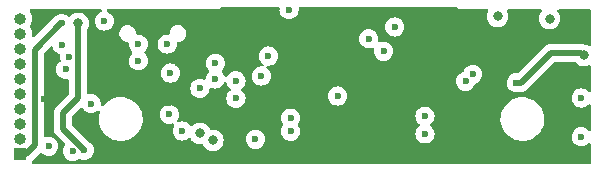
<source format=gbr>
%TF.GenerationSoftware,KiCad,Pcbnew,7.0.8*%
%TF.CreationDate,2023-12-27T11:07:12+01:00*%
%TF.ProjectId,Frost-ESP32,46726f73-742d-4455-9350-33322e6b6963,rev?*%
%TF.SameCoordinates,Original*%
%TF.FileFunction,Copper,L3,Inr*%
%TF.FilePolarity,Positive*%
%FSLAX46Y46*%
G04 Gerber Fmt 4.6, Leading zero omitted, Abs format (unit mm)*
G04 Created by KiCad (PCBNEW 7.0.8) date 2023-12-27 11:07:12*
%MOMM*%
%LPD*%
G01*
G04 APERTURE LIST*
%TA.AperFunction,ComponentPad*%
%ADD10R,1.000000X1.000000*%
%TD*%
%TA.AperFunction,ComponentPad*%
%ADD11O,1.000000X1.000000*%
%TD*%
%TA.AperFunction,ViaPad*%
%ADD12C,0.600000*%
%TD*%
%TA.AperFunction,ViaPad*%
%ADD13C,0.800000*%
%TD*%
%TA.AperFunction,Conductor*%
%ADD14C,0.500000*%
%TD*%
G04 APERTURE END LIST*
D10*
%TO.N,/Vconn*%
%TO.C,J2*%
X95500000Y-109930000D03*
D11*
%TO.N,/CANL*%
X95500000Y-108660000D03*
%TO.N,/CANH*%
X95500000Y-107390000D03*
%TO.N,GND*%
X95500000Y-106120000D03*
%TO.N,+5V*%
X95500000Y-104850000D03*
%TO.N,/RX*%
X95500000Y-103580000D03*
%TO.N,/TX*%
X95500000Y-102310000D03*
%TO.N,/GPIO8*%
X95500000Y-101040000D03*
%TO.N,/GPIO10*%
X95500000Y-99770000D03*
%TO.N,GND*%
X95500000Y-98500000D03*
%TD*%
D12*
%TO.N,/TX*%
X112000000Y-102275500D03*
D13*
X111800000Y-108800000D03*
D12*
%TO.N,/RX*%
X112000000Y-103600000D03*
D13*
X110700000Y-108200000D03*
D12*
%TO.N,/Vconn*%
X99000000Y-98900000D03*
%TO.N,+3V3*%
X108100000Y-105600000D03*
X101500000Y-107500000D03*
X118375000Y-104720000D03*
X102124307Y-103500554D03*
X97475500Y-105257744D03*
X113750000Y-97750000D03*
X142800000Y-103800000D03*
%TO.N,GND*%
X109200000Y-108000000D03*
D13*
X135900000Y-98300000D03*
D12*
X105475000Y-100650000D03*
X97900000Y-109300000D03*
X99923385Y-109720839D03*
X143000000Y-105212500D03*
X143000000Y-108500000D03*
X122360000Y-105050000D03*
X107925000Y-100650000D03*
X118375000Y-106920000D03*
X115400000Y-108700000D03*
X118250000Y-97750000D03*
X101500000Y-105700000D03*
%TO.N,/CANH*%
X99650500Y-101710000D03*
%TO.N,/CANL*%
X99000000Y-100690000D03*
%TO.N,+5V*%
X100900000Y-109637500D03*
D13*
X140300000Y-98500000D03*
X100400000Y-98900000D03*
D12*
%TO.N,/USB_D+*%
X133199479Y-103800521D03*
%TO.N,/USB_D-*%
X133800521Y-103199479D03*
%TO.N,/SD_CS*%
X113750000Y-105250000D03*
%TO.N,/CAN_RX*%
X105490969Y-102054500D03*
X125000000Y-100200000D03*
%TO.N,/CAN_TX*%
X127200000Y-99200000D03*
X102600000Y-98700000D03*
%TO.N,/SD_MOSI*%
X116500000Y-101660500D03*
%TO.N,/SD_SCK*%
X115895250Y-103354750D03*
%TO.N,/SD_MISO*%
X118375000Y-108020000D03*
X113750000Y-103750000D03*
%TO.N,/GPIO8*%
X99349500Y-102800000D03*
X108200000Y-103100000D03*
%TO.N,/GPIO10*%
X126250000Y-101250000D03*
%TO.N,/RX*%
X129750000Y-108250000D03*
%TO.N,/TX*%
X129750000Y-106750000D03*
%TO.N,Net-(U1-EN{slash}CHIP_PU)*%
X108100000Y-106610000D03*
X110700000Y-104400000D03*
%TO.N,/Vbus*%
X137500000Y-103925500D03*
D13*
X143200000Y-101600000D03*
%TD*%
D14*
%TO.N,/Vconn*%
X96700000Y-109230000D02*
X96000000Y-109930000D01*
X96700000Y-101126386D02*
X96700000Y-109230000D01*
X99000000Y-98900000D02*
X98926386Y-98900000D01*
X98926386Y-98900000D02*
X96700000Y-101126386D01*
X96000000Y-109930000D02*
X95500000Y-109930000D01*
%TO.N,+5V*%
X99100000Y-107837500D02*
X99100000Y-106500000D01*
X100400000Y-105200000D02*
X100400000Y-98900000D01*
X100900000Y-109637500D02*
X99100000Y-107837500D01*
X99100000Y-106500000D02*
X100400000Y-105200000D01*
%TO.N,/Vbus*%
X137874500Y-103925500D02*
X140400000Y-101400000D01*
X140400000Y-101400000D02*
X143000000Y-101400000D01*
X137500000Y-103925500D02*
X137874500Y-103925500D01*
X143000000Y-101400000D02*
X143200000Y-101600000D01*
%TD*%
%TA.AperFunction,Conductor*%
%TO.N,+3V3*%
G36*
X117392835Y-97519685D02*
G01*
X117438590Y-97572489D01*
X117449016Y-97637883D01*
X117436384Y-97749996D01*
X117436384Y-97750003D01*
X117456781Y-97931041D01*
X117456782Y-97931046D01*
X117516958Y-98103017D01*
X117613889Y-98257281D01*
X117742719Y-98386111D01*
X117896985Y-98483043D01*
X118068953Y-98543217D01*
X118068958Y-98543218D01*
X118249996Y-98563616D01*
X118250000Y-98563616D01*
X118250004Y-98563616D01*
X118431041Y-98543218D01*
X118431044Y-98543217D01*
X118431047Y-98543217D01*
X118603015Y-98483043D01*
X118757281Y-98386111D01*
X118886111Y-98257281D01*
X118983043Y-98103015D01*
X119043217Y-97931047D01*
X119043510Y-97928450D01*
X119063616Y-97750003D01*
X119063616Y-97749996D01*
X119050984Y-97637883D01*
X119063038Y-97569062D01*
X119110388Y-97517682D01*
X119174204Y-97500000D01*
X132411536Y-97500000D01*
X132478575Y-97519685D01*
X132499217Y-97536319D01*
X132573387Y-97610489D01*
X132676114Y-97669799D01*
X132790691Y-97700500D01*
X132827410Y-97700500D01*
X134982303Y-97700500D01*
X135049342Y-97720185D01*
X135095097Y-97772989D01*
X135105041Y-97842147D01*
X135089690Y-97886497D01*
X135078603Y-97905702D01*
X135065473Y-97928443D01*
X135065470Y-97928450D01*
X135006844Y-98108883D01*
X135006458Y-98110072D01*
X134986496Y-98300000D01*
X135006458Y-98489928D01*
X135006459Y-98489931D01*
X135065470Y-98671549D01*
X135065473Y-98671556D01*
X135160960Y-98836944D01*
X135288747Y-98978866D01*
X135443248Y-99091118D01*
X135617712Y-99168794D01*
X135804513Y-99208500D01*
X135995487Y-99208500D01*
X136182288Y-99168794D01*
X136356752Y-99091118D01*
X136511253Y-98978866D01*
X136639040Y-98836944D01*
X136734527Y-98671556D01*
X136793542Y-98489928D01*
X136813504Y-98300000D01*
X136793542Y-98110072D01*
X136734527Y-97928444D01*
X136710309Y-97886498D01*
X136693837Y-97818600D01*
X136716689Y-97752573D01*
X136771610Y-97709383D01*
X136817697Y-97700500D01*
X139518858Y-97700500D01*
X139585897Y-97720185D01*
X139631652Y-97772989D01*
X139641596Y-97842147D01*
X139612571Y-97905703D01*
X139611008Y-97907472D01*
X139560959Y-97963057D01*
X139465473Y-98128443D01*
X139465470Y-98128450D01*
X139408983Y-98302300D01*
X139406458Y-98310072D01*
X139386496Y-98500000D01*
X139406458Y-98689928D01*
X139406459Y-98689931D01*
X139465470Y-98871549D01*
X139465473Y-98871556D01*
X139560960Y-99036944D01*
X139688747Y-99178866D01*
X139843248Y-99291118D01*
X140017712Y-99368794D01*
X140204513Y-99408500D01*
X140395487Y-99408500D01*
X140582288Y-99368794D01*
X140756752Y-99291118D01*
X140911253Y-99178866D01*
X141039040Y-99036944D01*
X141134527Y-98871556D01*
X141193542Y-98689928D01*
X141213504Y-98500000D01*
X141193542Y-98310072D01*
X141134527Y-98128444D01*
X141039040Y-97963056D01*
X140988992Y-97907472D01*
X140958762Y-97844481D01*
X140967387Y-97775145D01*
X141012129Y-97721480D01*
X141078781Y-97700522D01*
X141081142Y-97700500D01*
X143675500Y-97700500D01*
X143742539Y-97720185D01*
X143788294Y-97772989D01*
X143799500Y-97824500D01*
X143799500Y-100681493D01*
X143779815Y-100748532D01*
X143727011Y-100794287D01*
X143657853Y-100804231D01*
X143625066Y-100794773D01*
X143482289Y-100731206D01*
X143482286Y-100731205D01*
X143289131Y-100690149D01*
X143289308Y-100689315D01*
X143268558Y-100683252D01*
X143267973Y-100684860D01*
X143254401Y-100679920D01*
X143254416Y-100679876D01*
X143247071Y-100677322D01*
X143247057Y-100677367D01*
X143240205Y-100675096D01*
X143202177Y-100667244D01*
X143164149Y-100659392D01*
X143088656Y-100641500D01*
X143088654Y-100641500D01*
X143088646Y-100641498D01*
X143081482Y-100640661D01*
X143081487Y-100640612D01*
X143073757Y-100639822D01*
X143073753Y-100639870D01*
X143066562Y-100639240D01*
X142988920Y-100641500D01*
X140464294Y-100641500D01*
X140446324Y-100640191D01*
X140422206Y-100636658D01*
X140377029Y-100640612D01*
X140369573Y-100641264D01*
X140364172Y-100641500D01*
X140355820Y-100641500D01*
X140339362Y-100643423D01*
X140322904Y-100645347D01*
X140245577Y-100652112D01*
X140238503Y-100653573D01*
X140238493Y-100653526D01*
X140230905Y-100655209D01*
X140230916Y-100655255D01*
X140223890Y-100656920D01*
X140150944Y-100683469D01*
X140077261Y-100707885D01*
X140070713Y-100710939D01*
X140070693Y-100710896D01*
X140063702Y-100714280D01*
X140063724Y-100714323D01*
X140057269Y-100717564D01*
X139992400Y-100760228D01*
X139926352Y-100800968D01*
X139920682Y-100805451D01*
X139920652Y-100805413D01*
X139914627Y-100810322D01*
X139914657Y-100810357D01*
X139909132Y-100814993D01*
X139909126Y-100814998D01*
X139909126Y-100814999D01*
X139876422Y-100849663D01*
X139855836Y-100871482D01*
X137645969Y-103081348D01*
X137584646Y-103114833D01*
X137544404Y-103116887D01*
X137500002Y-103111884D01*
X137499996Y-103111884D01*
X137318958Y-103132281D01*
X137318953Y-103132282D01*
X137146982Y-103192458D01*
X136992718Y-103289389D01*
X136863889Y-103418218D01*
X136766958Y-103572482D01*
X136706782Y-103744453D01*
X136706781Y-103744458D01*
X136686384Y-103925496D01*
X136686384Y-103925503D01*
X136706781Y-104106541D01*
X136706782Y-104106546D01*
X136728414Y-104168366D01*
X136759352Y-104256782D01*
X136766958Y-104278517D01*
X136806873Y-104342041D01*
X136863889Y-104432781D01*
X136992719Y-104561611D01*
X137146985Y-104658543D01*
X137280378Y-104705219D01*
X137318953Y-104718717D01*
X137318958Y-104718718D01*
X137499996Y-104739116D01*
X137500000Y-104739116D01*
X137500004Y-104739116D01*
X137681041Y-104718718D01*
X137681043Y-104718717D01*
X137681047Y-104718717D01*
X137681050Y-104718715D01*
X137681054Y-104718715D01*
X137760377Y-104690959D01*
X137801332Y-104684000D01*
X137810206Y-104684000D01*
X137828176Y-104685309D01*
X137830674Y-104685674D01*
X137852289Y-104688841D01*
X137904926Y-104684235D01*
X137910328Y-104684000D01*
X137918675Y-104684000D01*
X137918680Y-104684000D01*
X137942335Y-104681234D01*
X137951596Y-104680152D01*
X138028919Y-104673388D01*
X138028922Y-104673387D01*
X138028926Y-104673387D01*
X138028929Y-104673385D01*
X138035993Y-104671927D01*
X138036002Y-104671974D01*
X138043597Y-104670290D01*
X138043587Y-104670244D01*
X138050607Y-104668579D01*
X138050613Y-104668579D01*
X138123565Y-104642026D01*
X138197238Y-104617614D01*
X138197246Y-104617608D01*
X138203784Y-104614561D01*
X138203805Y-104614606D01*
X138210802Y-104611219D01*
X138210780Y-104611175D01*
X138217229Y-104607936D01*
X138217228Y-104607936D01*
X138217232Y-104607935D01*
X138282105Y-104565266D01*
X138348151Y-104524530D01*
X138348155Y-104524525D01*
X138353819Y-104520048D01*
X138353850Y-104520087D01*
X138359874Y-104515180D01*
X138359842Y-104515142D01*
X138365364Y-104510507D01*
X138365374Y-104510501D01*
X138410947Y-104462196D01*
X138418663Y-104454018D01*
X140677862Y-102194819D01*
X140739185Y-102161334D01*
X140765543Y-102158500D01*
X142425160Y-102158500D01*
X142492199Y-102178185D01*
X142517310Y-102199528D01*
X142588741Y-102278861D01*
X142588744Y-102278863D01*
X142588747Y-102278866D01*
X142743248Y-102391118D01*
X142917712Y-102468794D01*
X143104513Y-102508500D01*
X143295487Y-102508500D01*
X143482283Y-102468795D01*
X143482282Y-102468795D01*
X143482288Y-102468794D01*
X143625068Y-102405224D01*
X143694315Y-102395941D01*
X143757591Y-102425569D01*
X143794804Y-102484704D01*
X143799500Y-102518505D01*
X143799500Y-104569246D01*
X143779815Y-104636285D01*
X143727011Y-104682040D01*
X143657853Y-104691984D01*
X143594297Y-104662959D01*
X143587819Y-104656927D01*
X143507281Y-104576389D01*
X143353017Y-104479458D01*
X143353016Y-104479457D01*
X143353015Y-104479457D01*
X143298693Y-104460449D01*
X143181046Y-104419282D01*
X143181041Y-104419281D01*
X143000004Y-104398884D01*
X142999996Y-104398884D01*
X142818958Y-104419281D01*
X142818953Y-104419282D01*
X142646982Y-104479458D01*
X142492718Y-104576389D01*
X142363889Y-104705218D01*
X142266958Y-104859482D01*
X142206782Y-105031453D01*
X142206781Y-105031458D01*
X142186384Y-105212496D01*
X142186384Y-105212503D01*
X142206781Y-105393541D01*
X142206782Y-105393546D01*
X142227431Y-105452557D01*
X142266957Y-105565515D01*
X142363889Y-105719781D01*
X142492719Y-105848611D01*
X142646985Y-105945543D01*
X142788037Y-105994899D01*
X142818953Y-106005717D01*
X142818958Y-106005718D01*
X142999996Y-106026116D01*
X143000000Y-106026116D01*
X143000004Y-106026116D01*
X143181041Y-106005718D01*
X143181044Y-106005717D01*
X143181047Y-106005717D01*
X143353015Y-105945543D01*
X143507281Y-105848611D01*
X143587819Y-105768073D01*
X143649142Y-105734588D01*
X143718834Y-105739572D01*
X143774767Y-105781444D01*
X143799184Y-105846908D01*
X143799500Y-105855754D01*
X143799500Y-107856746D01*
X143779815Y-107923785D01*
X143727011Y-107969540D01*
X143657853Y-107979484D01*
X143594297Y-107950459D01*
X143587819Y-107944427D01*
X143507281Y-107863889D01*
X143353017Y-107766958D01*
X143353016Y-107766957D01*
X143353015Y-107766957D01*
X143283744Y-107742718D01*
X143181046Y-107706782D01*
X143181041Y-107706781D01*
X143000004Y-107686384D01*
X142999996Y-107686384D01*
X142818958Y-107706781D01*
X142818953Y-107706782D01*
X142646982Y-107766958D01*
X142492718Y-107863889D01*
X142363889Y-107992718D01*
X142266958Y-108146982D01*
X142206782Y-108318953D01*
X142206781Y-108318958D01*
X142186384Y-108499996D01*
X142186384Y-108500003D01*
X142206781Y-108681041D01*
X142206782Y-108681046D01*
X142231975Y-108753043D01*
X142253031Y-108813218D01*
X142266958Y-108853017D01*
X142326002Y-108946985D01*
X142363889Y-109007281D01*
X142492719Y-109136111D01*
X142646985Y-109233043D01*
X142818953Y-109293217D01*
X142818958Y-109293218D01*
X142999996Y-109313616D01*
X143000000Y-109313616D01*
X143000004Y-109313616D01*
X143181041Y-109293218D01*
X143181044Y-109293217D01*
X143181047Y-109293217D01*
X143353015Y-109233043D01*
X143507281Y-109136111D01*
X143587819Y-109055573D01*
X143649142Y-109022088D01*
X143718834Y-109027072D01*
X143774767Y-109068944D01*
X143799184Y-109134408D01*
X143799500Y-109143254D01*
X143799500Y-110675500D01*
X143779815Y-110742539D01*
X143727011Y-110788294D01*
X143675500Y-110799500D01*
X96583496Y-110799500D01*
X96516457Y-110779815D01*
X96470702Y-110727011D01*
X96460758Y-110657853D01*
X96467314Y-110632166D01*
X96501989Y-110539201D01*
X96501989Y-110539198D01*
X96501991Y-110539194D01*
X96503774Y-110531650D01*
X96505244Y-110531997D01*
X96528624Y-110475537D01*
X96534986Y-110468243D01*
X96544163Y-110458517D01*
X97141963Y-109860717D01*
X97203286Y-109827232D01*
X97272978Y-109832216D01*
X97317325Y-109860717D01*
X97392719Y-109936111D01*
X97546985Y-110033043D01*
X97718953Y-110093217D01*
X97718958Y-110093218D01*
X97899996Y-110113616D01*
X97900000Y-110113616D01*
X97900004Y-110113616D01*
X98081041Y-110093218D01*
X98081044Y-110093217D01*
X98081047Y-110093217D01*
X98253015Y-110033043D01*
X98407281Y-109936111D01*
X98536111Y-109807281D01*
X98633043Y-109653015D01*
X98693217Y-109481047D01*
X98705974Y-109367824D01*
X98713616Y-109300003D01*
X98713616Y-109299996D01*
X98693218Y-109118958D01*
X98693217Y-109118953D01*
X98675718Y-109068944D01*
X98633043Y-108946985D01*
X98536111Y-108792719D01*
X98407281Y-108663889D01*
X98345840Y-108625283D01*
X98253017Y-108566958D01*
X98253016Y-108566957D01*
X98253015Y-108566957D01*
X98176545Y-108540199D01*
X98081046Y-108506782D01*
X98081041Y-108506781D01*
X97900004Y-108486384D01*
X97899996Y-108486384D01*
X97718958Y-108506781D01*
X97718950Y-108506783D01*
X97623454Y-108540199D01*
X97553676Y-108543760D01*
X97493048Y-108509031D01*
X97460821Y-108447038D01*
X97458500Y-108423157D01*
X97458500Y-101491928D01*
X97478185Y-101424889D01*
X97494815Y-101404251D01*
X98020903Y-100878162D01*
X98082224Y-100844679D01*
X98151915Y-100849663D01*
X98207849Y-100891534D01*
X98225624Y-100924891D01*
X98266957Y-101043016D01*
X98336202Y-101153218D01*
X98363889Y-101197281D01*
X98492719Y-101326111D01*
X98646985Y-101423043D01*
X98767449Y-101465195D01*
X98824224Y-101505916D01*
X98849972Y-101570868D01*
X98849714Y-101596119D01*
X98836884Y-101709995D01*
X98836884Y-101710003D01*
X98857281Y-101891041D01*
X98857283Y-101891049D01*
X98900171Y-102013616D01*
X98903732Y-102083395D01*
X98869003Y-102144022D01*
X98849103Y-102159562D01*
X98842225Y-102163883D01*
X98842220Y-102163887D01*
X98713389Y-102292718D01*
X98616458Y-102446982D01*
X98556282Y-102618953D01*
X98556281Y-102618958D01*
X98535884Y-102799996D01*
X98535884Y-102800003D01*
X98556281Y-102981041D01*
X98556282Y-102981046D01*
X98616458Y-103153017D01*
X98675501Y-103246983D01*
X98713389Y-103307281D01*
X98842219Y-103436111D01*
X98996485Y-103533043D01*
X99168453Y-103593217D01*
X99168458Y-103593218D01*
X99349496Y-103613616D01*
X99349500Y-103613616D01*
X99349504Y-103613616D01*
X99503617Y-103596252D01*
X99572439Y-103608307D01*
X99623818Y-103655656D01*
X99641500Y-103719472D01*
X99641500Y-104834456D01*
X99621815Y-104901495D01*
X99605181Y-104922137D01*
X98609122Y-105918195D01*
X98595495Y-105929973D01*
X98575941Y-105944531D01*
X98541977Y-105985006D01*
X98538330Y-105988987D01*
X98532418Y-105994900D01*
X98511863Y-106020896D01*
X98461967Y-106080360D01*
X98458001Y-106086391D01*
X98457963Y-106086366D01*
X98453782Y-106092928D01*
X98453821Y-106092952D01*
X98450032Y-106099094D01*
X98417220Y-106169459D01*
X98382391Y-106238810D01*
X98379923Y-106245593D01*
X98379878Y-106245576D01*
X98377322Y-106252932D01*
X98377366Y-106252947D01*
X98375096Y-106259795D01*
X98370042Y-106284275D01*
X98359392Y-106335850D01*
X98347025Y-106388029D01*
X98341498Y-106411351D01*
X98340661Y-106418519D01*
X98340613Y-106418513D01*
X98339823Y-106426244D01*
X98339870Y-106426249D01*
X98339240Y-106433438D01*
X98341500Y-106511079D01*
X98341500Y-107773206D01*
X98340191Y-107791176D01*
X98336658Y-107815291D01*
X98341264Y-107867920D01*
X98341500Y-107873327D01*
X98341500Y-107881680D01*
X98344064Y-107903623D01*
X98345347Y-107914596D01*
X98352112Y-107991927D01*
X98353572Y-107998994D01*
X98353526Y-107999003D01*
X98355209Y-108006594D01*
X98355254Y-108006584D01*
X98356919Y-108013610D01*
X98380940Y-108079605D01*
X98383473Y-108086565D01*
X98403494Y-108146985D01*
X98407886Y-108160237D01*
X98410940Y-108166786D01*
X98410896Y-108166806D01*
X98414284Y-108173804D01*
X98414327Y-108173783D01*
X98417568Y-108180237D01*
X98460232Y-108245104D01*
X98476943Y-108272196D01*
X98500970Y-108311151D01*
X98500972Y-108311153D01*
X98505451Y-108316818D01*
X98505413Y-108316847D01*
X98510320Y-108322872D01*
X98510357Y-108322842D01*
X98515002Y-108328378D01*
X98571482Y-108381663D01*
X99262152Y-109072333D01*
X99295637Y-109133656D01*
X99290653Y-109203347D01*
X99279465Y-109225986D01*
X99190343Y-109367821D01*
X99130167Y-109539792D01*
X99130166Y-109539797D01*
X99109769Y-109720835D01*
X99109769Y-109720842D01*
X99130166Y-109901880D01*
X99130167Y-109901885D01*
X99190343Y-110073856D01*
X99287274Y-110228120D01*
X99416104Y-110356950D01*
X99570370Y-110453882D01*
X99742338Y-110514056D01*
X99742343Y-110514057D01*
X99923381Y-110534455D01*
X99923385Y-110534455D01*
X99923389Y-110534455D01*
X100104426Y-110514057D01*
X100104429Y-110514056D01*
X100104432Y-110514056D01*
X100276400Y-110453882D01*
X100276402Y-110453880D01*
X100276404Y-110453880D01*
X100276407Y-110453878D01*
X100412037Y-110368656D01*
X100479273Y-110349655D01*
X100540646Y-110367675D01*
X100540719Y-110367525D01*
X100541632Y-110367965D01*
X100543979Y-110368654D01*
X100546987Y-110370544D01*
X100718950Y-110430716D01*
X100718953Y-110430717D01*
X100718954Y-110430717D01*
X100718958Y-110430718D01*
X100899996Y-110451116D01*
X100900000Y-110451116D01*
X100900004Y-110451116D01*
X101081041Y-110430718D01*
X101081044Y-110430717D01*
X101081047Y-110430717D01*
X101253015Y-110370543D01*
X101407281Y-110273611D01*
X101536111Y-110144781D01*
X101633043Y-109990515D01*
X101693217Y-109818547D01*
X101693218Y-109818541D01*
X101713616Y-109637503D01*
X101713616Y-109637496D01*
X101693218Y-109456458D01*
X101693217Y-109456453D01*
X101633043Y-109284485D01*
X101536111Y-109130219D01*
X101407281Y-109001389D01*
X101253015Y-108904457D01*
X101253011Y-108904455D01*
X101246737Y-108901434D01*
X101247702Y-108899429D01*
X101212424Y-108877243D01*
X99894819Y-107559638D01*
X99861334Y-107498315D01*
X99858500Y-107471957D01*
X99858500Y-106865542D01*
X99878185Y-106798503D01*
X99894815Y-106777865D01*
X100600173Y-106072506D01*
X100661494Y-106039023D01*
X100731185Y-106044007D01*
X100787119Y-106085878D01*
X100792845Y-106094216D01*
X100863889Y-106207281D01*
X100992719Y-106336111D01*
X101146985Y-106433043D01*
X101318953Y-106493217D01*
X101318958Y-106493218D01*
X101499996Y-106513616D01*
X101500000Y-106513616D01*
X101500004Y-106513616D01*
X101681041Y-106493218D01*
X101681044Y-106493217D01*
X101681047Y-106493217D01*
X101853015Y-106433043D01*
X102007281Y-106336111D01*
X102030616Y-106312775D01*
X102091935Y-106279292D01*
X102161627Y-106284275D01*
X102217561Y-106326146D01*
X102241979Y-106391610D01*
X102235654Y-106440495D01*
X102204882Y-106530693D01*
X102204881Y-106530699D01*
X102190234Y-106609996D01*
X102159229Y-106777861D01*
X102155681Y-106797068D01*
X102155680Y-106797075D01*
X102145787Y-107067763D01*
X102175413Y-107337013D01*
X102175415Y-107337024D01*
X102243926Y-107599082D01*
X102243928Y-107599088D01*
X102349870Y-107848390D01*
X102454604Y-108020003D01*
X102490979Y-108079605D01*
X102490986Y-108079615D01*
X102664253Y-108287819D01*
X102664259Y-108287824D01*
X102759341Y-108373017D01*
X102865998Y-108468582D01*
X103091910Y-108618044D01*
X103337176Y-108733020D01*
X103337183Y-108733022D01*
X103337185Y-108733023D01*
X103596557Y-108811057D01*
X103596564Y-108811058D01*
X103596569Y-108811060D01*
X103864561Y-108850500D01*
X103864566Y-108850500D01*
X104067636Y-108850500D01*
X104119133Y-108846730D01*
X104270156Y-108835677D01*
X104382758Y-108810593D01*
X104534546Y-108776782D01*
X104534548Y-108776781D01*
X104534553Y-108776780D01*
X104787558Y-108680014D01*
X105023777Y-108547441D01*
X105238177Y-108381888D01*
X105426186Y-108186881D01*
X105583799Y-107966579D01*
X105673980Y-107791176D01*
X105707649Y-107725690D01*
X105707651Y-107725684D01*
X105707656Y-107725675D01*
X105795118Y-107469305D01*
X105844319Y-107202933D01*
X105854212Y-106932235D01*
X105824586Y-106662982D01*
X105810735Y-106610003D01*
X107286384Y-106610003D01*
X107306781Y-106791041D01*
X107306782Y-106791046D01*
X107319362Y-106826996D01*
X107366957Y-106963015D01*
X107463889Y-107117281D01*
X107592719Y-107246111D01*
X107746985Y-107343043D01*
X107895490Y-107395007D01*
X107918953Y-107403217D01*
X107918958Y-107403218D01*
X108099996Y-107423616D01*
X108100000Y-107423616D01*
X108100004Y-107423616D01*
X108281041Y-107403218D01*
X108281043Y-107403217D01*
X108281047Y-107403217D01*
X108281050Y-107403215D01*
X108281054Y-107403215D01*
X108381203Y-107368171D01*
X108450981Y-107364608D01*
X108511609Y-107399337D01*
X108543836Y-107461330D01*
X108537432Y-107530906D01*
X108527152Y-107551184D01*
X108466958Y-107646982D01*
X108406782Y-107818953D01*
X108406781Y-107818958D01*
X108386384Y-107999996D01*
X108386384Y-108000003D01*
X108406781Y-108181041D01*
X108406782Y-108181046D01*
X108466958Y-108353017D01*
X108558301Y-108498387D01*
X108563889Y-108507281D01*
X108692719Y-108636111D01*
X108846985Y-108733043D01*
X109017527Y-108792718D01*
X109018953Y-108793217D01*
X109018958Y-108793218D01*
X109199996Y-108813616D01*
X109200000Y-108813616D01*
X109200004Y-108813616D01*
X109381041Y-108793218D01*
X109381044Y-108793217D01*
X109381047Y-108793217D01*
X109553015Y-108733043D01*
X109707281Y-108636111D01*
X109716930Y-108626461D01*
X109778250Y-108592976D01*
X109847942Y-108597958D01*
X109903877Y-108639827D01*
X109911997Y-108652139D01*
X109960960Y-108736944D01*
X110063205Y-108850499D01*
X110087285Y-108877243D01*
X110088747Y-108878866D01*
X110243248Y-108991118D01*
X110417712Y-109068794D01*
X110604513Y-109108500D01*
X110795483Y-109108500D01*
X110795487Y-109108500D01*
X110826911Y-109101820D01*
X110896575Y-109107135D01*
X110952309Y-109149271D01*
X110962082Y-109166009D01*
X110962224Y-109165928D01*
X110965472Y-109171554D01*
X110965473Y-109171556D01*
X111060960Y-109336944D01*
X111188747Y-109478866D01*
X111343248Y-109591118D01*
X111517712Y-109668794D01*
X111704513Y-109708500D01*
X111895487Y-109708500D01*
X112082288Y-109668794D01*
X112256752Y-109591118D01*
X112411253Y-109478866D01*
X112539040Y-109336944D01*
X112634527Y-109171556D01*
X112693542Y-108989928D01*
X112713504Y-108800000D01*
X112702994Y-108700003D01*
X114586384Y-108700003D01*
X114606781Y-108881041D01*
X114606782Y-108881046D01*
X114666958Y-109053017D01*
X114737905Y-109165928D01*
X114763889Y-109207281D01*
X114892719Y-109336111D01*
X115046985Y-109433043D01*
X115218953Y-109493217D01*
X115218958Y-109493218D01*
X115399996Y-109513616D01*
X115400000Y-109513616D01*
X115400004Y-109513616D01*
X115581041Y-109493218D01*
X115581044Y-109493217D01*
X115581047Y-109493217D01*
X115753015Y-109433043D01*
X115907281Y-109336111D01*
X116036111Y-109207281D01*
X116133043Y-109053015D01*
X116193217Y-108881047D01*
X116193646Y-108877243D01*
X116213616Y-108700003D01*
X116213616Y-108699996D01*
X116193218Y-108518958D01*
X116193217Y-108518953D01*
X116189133Y-108507281D01*
X116133043Y-108346985D01*
X116036111Y-108192719D01*
X115907281Y-108063889D01*
X115837437Y-108020003D01*
X117561384Y-108020003D01*
X117581781Y-108201041D01*
X117581782Y-108201046D01*
X117598911Y-108249996D01*
X117634959Y-108353017D01*
X117641958Y-108373017D01*
X117647532Y-108381888D01*
X117738889Y-108527281D01*
X117867719Y-108656111D01*
X118021985Y-108753043D01*
X118156181Y-108800000D01*
X118193953Y-108813217D01*
X118193958Y-108813218D01*
X118374996Y-108833616D01*
X118375000Y-108833616D01*
X118375004Y-108833616D01*
X118556041Y-108813218D01*
X118556044Y-108813217D01*
X118556047Y-108813217D01*
X118728015Y-108753043D01*
X118882281Y-108656111D01*
X119011111Y-108527281D01*
X119108043Y-108373015D01*
X119151087Y-108250003D01*
X128936384Y-108250003D01*
X128956781Y-108431041D01*
X128956782Y-108431046D01*
X128994977Y-108540199D01*
X129015187Y-108597958D01*
X129016958Y-108603017D01*
X129065339Y-108680014D01*
X129113889Y-108757281D01*
X129242719Y-108886111D01*
X129396985Y-108983043D01*
X129568953Y-109043217D01*
X129568958Y-109043218D01*
X129749996Y-109063616D01*
X129750000Y-109063616D01*
X129750004Y-109063616D01*
X129931041Y-109043218D01*
X129931044Y-109043217D01*
X129931047Y-109043217D01*
X130103015Y-108983043D01*
X130257281Y-108886111D01*
X130386111Y-108757281D01*
X130483043Y-108603015D01*
X130543217Y-108431047D01*
X130543510Y-108428450D01*
X130563616Y-108250003D01*
X130563616Y-108249996D01*
X130543218Y-108068958D01*
X130543217Y-108068953D01*
X130527065Y-108022794D01*
X130483043Y-107896985D01*
X130386111Y-107742719D01*
X130257281Y-107613889D01*
X130257278Y-107613886D01*
X130243125Y-107604994D01*
X130196833Y-107552660D01*
X130186184Y-107483606D01*
X130214559Y-107419758D01*
X130243125Y-107395006D01*
X130257278Y-107386113D01*
X130257278Y-107386112D01*
X130257281Y-107386111D01*
X130386111Y-107257281D01*
X130483043Y-107103015D01*
X130495378Y-107067763D01*
X136145787Y-107067763D01*
X136175413Y-107337013D01*
X136175415Y-107337024D01*
X136243926Y-107599082D01*
X136243928Y-107599088D01*
X136349870Y-107848390D01*
X136454604Y-108020003D01*
X136490979Y-108079605D01*
X136490986Y-108079615D01*
X136664253Y-108287819D01*
X136664259Y-108287824D01*
X136759341Y-108373017D01*
X136865998Y-108468582D01*
X137091910Y-108618044D01*
X137337176Y-108733020D01*
X137337183Y-108733022D01*
X137337185Y-108733023D01*
X137596557Y-108811057D01*
X137596564Y-108811058D01*
X137596569Y-108811060D01*
X137864561Y-108850500D01*
X137864566Y-108850500D01*
X138067636Y-108850500D01*
X138119133Y-108846730D01*
X138270156Y-108835677D01*
X138382758Y-108810593D01*
X138534546Y-108776782D01*
X138534548Y-108776781D01*
X138534553Y-108776780D01*
X138787558Y-108680014D01*
X139023777Y-108547441D01*
X139238177Y-108381888D01*
X139426186Y-108186881D01*
X139583799Y-107966579D01*
X139673980Y-107791176D01*
X139707649Y-107725690D01*
X139707651Y-107725684D01*
X139707656Y-107725675D01*
X139795118Y-107469305D01*
X139844319Y-107202933D01*
X139854212Y-106932235D01*
X139824586Y-106662982D01*
X139756072Y-106400912D01*
X139650130Y-106151610D01*
X139509018Y-105920390D01*
X139476277Y-105881047D01*
X139335746Y-105712180D01*
X139335740Y-105712175D01*
X139134002Y-105531418D01*
X138908092Y-105381957D01*
X138833490Y-105346985D01*
X138662824Y-105266980D01*
X138662819Y-105266978D01*
X138662814Y-105266976D01*
X138403442Y-105188942D01*
X138403428Y-105188939D01*
X138287791Y-105171921D01*
X138135439Y-105149500D01*
X137932369Y-105149500D01*
X137932364Y-105149500D01*
X137729844Y-105164323D01*
X137729831Y-105164325D01*
X137465453Y-105223217D01*
X137465446Y-105223220D01*
X137212439Y-105319987D01*
X136976226Y-105452557D01*
X136761822Y-105618112D01*
X136573822Y-105813109D01*
X136573816Y-105813116D01*
X136416202Y-106033419D01*
X136416199Y-106033424D01*
X136292350Y-106274309D01*
X136292343Y-106274327D01*
X136204884Y-106530685D01*
X136204881Y-106530699D01*
X136190234Y-106609996D01*
X136159229Y-106777861D01*
X136155681Y-106797068D01*
X136155680Y-106797075D01*
X136145787Y-107067763D01*
X130495378Y-107067763D01*
X130543217Y-106931047D01*
X130543218Y-106931041D01*
X130563616Y-106750003D01*
X130563616Y-106749996D01*
X130543218Y-106568958D01*
X130543217Y-106568953D01*
X130522966Y-106511079D01*
X130483043Y-106396985D01*
X130386111Y-106242719D01*
X130257281Y-106113889D01*
X130144809Y-106043218D01*
X130103017Y-106016958D01*
X130103016Y-106016957D01*
X130103015Y-106016957D01*
X130023081Y-105988987D01*
X129931046Y-105956782D01*
X129931041Y-105956781D01*
X129750004Y-105936384D01*
X129749996Y-105936384D01*
X129568958Y-105956781D01*
X129568953Y-105956782D01*
X129396982Y-106016958D01*
X129242718Y-106113889D01*
X129113889Y-106242718D01*
X129016958Y-106396982D01*
X128956782Y-106568953D01*
X128956781Y-106568958D01*
X128936384Y-106749996D01*
X128936384Y-106750003D01*
X128956781Y-106931041D01*
X128956782Y-106931046D01*
X128967970Y-106963018D01*
X129016268Y-107101047D01*
X129016958Y-107103017D01*
X129079740Y-107202933D01*
X129113889Y-107257281D01*
X129242719Y-107386111D01*
X129256875Y-107395006D01*
X129256877Y-107395007D01*
X129303167Y-107447343D01*
X129313814Y-107516396D01*
X129285438Y-107580244D01*
X129256877Y-107604993D01*
X129242717Y-107613890D01*
X129113889Y-107742718D01*
X129016958Y-107896982D01*
X128956782Y-108068953D01*
X128956781Y-108068958D01*
X128936384Y-108249996D01*
X128936384Y-108250003D01*
X119151087Y-108250003D01*
X119168217Y-108201047D01*
X119168218Y-108201041D01*
X119188616Y-108020003D01*
X119188616Y-108019996D01*
X119168218Y-107838958D01*
X119168217Y-107838953D01*
X119151499Y-107791176D01*
X119108043Y-107666985D01*
X119108041Y-107666982D01*
X119108041Y-107666981D01*
X119036259Y-107552742D01*
X119025721Y-107535971D01*
X119006721Y-107468736D01*
X119025722Y-107404027D01*
X119026231Y-107403218D01*
X119108043Y-107273015D01*
X119168217Y-107101047D01*
X119171967Y-107067765D01*
X119188616Y-106920003D01*
X119188616Y-106919996D01*
X119168218Y-106738958D01*
X119168217Y-106738953D01*
X119150519Y-106688376D01*
X119108043Y-106566985D01*
X119011111Y-106412719D01*
X118882281Y-106283889D01*
X118827824Y-106249671D01*
X118728017Y-106186958D01*
X118728016Y-106186957D01*
X118728015Y-106186957D01*
X118626999Y-106151610D01*
X118556046Y-106126782D01*
X118556041Y-106126781D01*
X118375004Y-106106384D01*
X118374996Y-106106384D01*
X118193958Y-106126781D01*
X118193953Y-106126782D01*
X118021982Y-106186958D01*
X117867718Y-106283889D01*
X117738889Y-106412718D01*
X117641958Y-106566982D01*
X117581782Y-106738953D01*
X117581781Y-106738958D01*
X117561384Y-106919996D01*
X117561384Y-106920003D01*
X117581781Y-107101041D01*
X117581782Y-107101046D01*
X117620138Y-107210661D01*
X117636451Y-107257281D01*
X117641958Y-107273017D01*
X117724278Y-107404028D01*
X117743278Y-107471265D01*
X117724278Y-107535972D01*
X117641958Y-107666982D01*
X117581782Y-107838953D01*
X117581781Y-107838958D01*
X117561384Y-108019996D01*
X117561384Y-108020003D01*
X115837437Y-108020003D01*
X115837426Y-108019996D01*
X115753017Y-107966958D01*
X115753016Y-107966957D01*
X115753015Y-107966957D01*
X115688628Y-107944427D01*
X115581046Y-107906782D01*
X115581041Y-107906781D01*
X115400004Y-107886384D01*
X115399996Y-107886384D01*
X115218958Y-107906781D01*
X115218953Y-107906782D01*
X115046982Y-107966958D01*
X114892718Y-108063889D01*
X114763889Y-108192718D01*
X114666958Y-108346982D01*
X114606782Y-108518953D01*
X114606781Y-108518958D01*
X114586384Y-108699996D01*
X114586384Y-108700003D01*
X112702994Y-108700003D01*
X112693542Y-108610072D01*
X112634527Y-108428444D01*
X112539040Y-108263056D01*
X112411253Y-108121134D01*
X112256752Y-108008882D01*
X112082288Y-107931206D01*
X112082286Y-107931205D01*
X111895487Y-107891500D01*
X111704513Y-107891500D01*
X111673086Y-107898179D01*
X111603421Y-107892863D01*
X111547688Y-107850725D01*
X111537918Y-107833989D01*
X111537776Y-107834072D01*
X111513010Y-107791176D01*
X111439040Y-107663056D01*
X111311253Y-107521134D01*
X111156752Y-107408882D01*
X110982288Y-107331206D01*
X110982286Y-107331205D01*
X110795487Y-107291500D01*
X110604513Y-107291500D01*
X110417714Y-107331205D01*
X110334687Y-107368171D01*
X110254151Y-107404028D01*
X110243246Y-107408883D01*
X110088744Y-107521136D01*
X110060286Y-107552742D01*
X110000799Y-107589390D01*
X109930942Y-107588059D01*
X109872894Y-107549172D01*
X109863147Y-107535746D01*
X109836111Y-107492719D01*
X109707281Y-107363889D01*
X109664508Y-107337013D01*
X109553017Y-107266958D01*
X109553016Y-107266957D01*
X109553015Y-107266957D01*
X109493440Y-107246111D01*
X109381046Y-107206782D01*
X109381041Y-107206781D01*
X109200004Y-107186384D01*
X109199996Y-107186384D01*
X109018958Y-107206781D01*
X109018950Y-107206783D01*
X108918795Y-107241829D01*
X108849016Y-107245390D01*
X108788389Y-107210661D01*
X108756162Y-107148668D01*
X108762568Y-107079092D01*
X108772848Y-107058814D01*
X108833041Y-106963018D01*
X108833040Y-106963018D01*
X108833043Y-106963015D01*
X108893217Y-106791047D01*
X108897842Y-106750000D01*
X108913616Y-106610003D01*
X108913616Y-106609996D01*
X108893218Y-106428958D01*
X108893217Y-106428953D01*
X108880150Y-106391610D01*
X108833043Y-106256985D01*
X108736111Y-106102719D01*
X108607281Y-105973889D01*
X108580057Y-105956783D01*
X108453017Y-105876958D01*
X108453016Y-105876957D01*
X108453015Y-105876957D01*
X108367140Y-105846908D01*
X108281046Y-105816782D01*
X108281041Y-105816781D01*
X108100004Y-105796384D01*
X108099996Y-105796384D01*
X107918958Y-105816781D01*
X107918953Y-105816782D01*
X107746982Y-105876958D01*
X107592718Y-105973889D01*
X107463889Y-106102718D01*
X107366958Y-106256982D01*
X107306782Y-106428953D01*
X107306781Y-106428958D01*
X107286384Y-106609996D01*
X107286384Y-106610003D01*
X105810735Y-106610003D01*
X105756072Y-106400912D01*
X105650130Y-106151610D01*
X105509018Y-105920390D01*
X105476277Y-105881047D01*
X105335746Y-105712180D01*
X105335740Y-105712175D01*
X105134002Y-105531418D01*
X104908092Y-105381957D01*
X104833490Y-105346985D01*
X104662824Y-105266980D01*
X104662819Y-105266978D01*
X104662814Y-105266976D01*
X104403442Y-105188942D01*
X104403428Y-105188939D01*
X104287791Y-105171921D01*
X104135439Y-105149500D01*
X103932369Y-105149500D01*
X103932364Y-105149500D01*
X103729844Y-105164323D01*
X103729831Y-105164325D01*
X103465453Y-105223217D01*
X103465446Y-105223220D01*
X103212439Y-105319987D01*
X102976226Y-105452557D01*
X102761822Y-105618112D01*
X102573822Y-105813109D01*
X102573814Y-105813119D01*
X102527307Y-105878122D01*
X102472289Y-105921190D01*
X102402721Y-105927677D01*
X102340690Y-105895522D01*
X102305890Y-105834935D01*
X102303240Y-105792086D01*
X102304260Y-105783041D01*
X102313616Y-105700000D01*
X102312051Y-105686111D01*
X102293218Y-105518958D01*
X102293217Y-105518953D01*
X102280564Y-105482794D01*
X102233043Y-105346985D01*
X102136111Y-105192719D01*
X102007281Y-105063889D01*
X101985177Y-105050000D01*
X101853017Y-104966958D01*
X101853016Y-104966957D01*
X101853015Y-104966957D01*
X101798693Y-104947949D01*
X101681046Y-104906782D01*
X101681041Y-104906781D01*
X101500004Y-104886384D01*
X101499996Y-104886384D01*
X101318954Y-104906782D01*
X101312164Y-104908332D01*
X101311589Y-104905813D01*
X101253675Y-104908769D01*
X101193048Y-104874039D01*
X101160821Y-104812046D01*
X101158500Y-104788166D01*
X101158500Y-104400003D01*
X109886384Y-104400003D01*
X109906781Y-104581041D01*
X109906782Y-104581046D01*
X109939094Y-104673387D01*
X109963354Y-104742719D01*
X109966958Y-104753017D01*
X110057418Y-104896982D01*
X110063889Y-104907281D01*
X110192719Y-105036111D01*
X110346985Y-105133043D01*
X110506727Y-105188939D01*
X110518953Y-105193217D01*
X110518958Y-105193218D01*
X110699996Y-105213616D01*
X110700000Y-105213616D01*
X110700004Y-105213616D01*
X110881041Y-105193218D01*
X110881044Y-105193217D01*
X110881047Y-105193217D01*
X111053015Y-105133043D01*
X111207281Y-105036111D01*
X111336111Y-104907281D01*
X111433043Y-104753015D01*
X111493217Y-104581047D01*
X111493308Y-104580244D01*
X111506609Y-104462191D01*
X111508523Y-104445197D01*
X111535589Y-104380785D01*
X111593184Y-104341230D01*
X111663020Y-104339091D01*
X111672698Y-104342041D01*
X111818945Y-104393215D01*
X111818951Y-104393216D01*
X111818953Y-104393217D01*
X111818954Y-104393217D01*
X111818958Y-104393218D01*
X111999996Y-104413616D01*
X112000000Y-104413616D01*
X112000004Y-104413616D01*
X112181041Y-104393218D01*
X112181044Y-104393217D01*
X112181047Y-104393217D01*
X112353015Y-104333043D01*
X112507281Y-104236111D01*
X112636111Y-104107281D01*
X112733043Y-103953015D01*
X112736064Y-103946742D01*
X112738201Y-103947771D01*
X112772425Y-103900044D01*
X112837374Y-103874289D01*
X112905938Y-103887738D01*
X112956346Y-103936119D01*
X112965797Y-103956811D01*
X113016955Y-104103011D01*
X113016956Y-104103015D01*
X113101620Y-104237755D01*
X113113889Y-104257281D01*
X113242719Y-104386111D01*
X113254025Y-104393215D01*
X113256877Y-104395007D01*
X113303167Y-104447343D01*
X113313814Y-104516396D01*
X113285438Y-104580244D01*
X113256877Y-104604993D01*
X113242717Y-104613890D01*
X113113889Y-104742718D01*
X113016958Y-104896982D01*
X112956782Y-105068953D01*
X112956781Y-105068958D01*
X112936384Y-105249996D01*
X112936384Y-105250003D01*
X112956781Y-105431041D01*
X112956782Y-105431046D01*
X112987544Y-105518958D01*
X113016957Y-105603015D01*
X113113889Y-105757281D01*
X113242719Y-105886111D01*
X113396985Y-105983043D01*
X113556967Y-106039023D01*
X113568953Y-106043217D01*
X113568958Y-106043218D01*
X113749996Y-106063616D01*
X113750000Y-106063616D01*
X113750004Y-106063616D01*
X113931041Y-106043218D01*
X113931044Y-106043217D01*
X113931047Y-106043217D01*
X114103015Y-105983043D01*
X114257281Y-105886111D01*
X114386111Y-105757281D01*
X114483043Y-105603015D01*
X114543217Y-105431047D01*
X114543218Y-105431041D01*
X114563616Y-105250003D01*
X114563616Y-105249996D01*
X114543218Y-105068958D01*
X114543217Y-105068953D01*
X114536586Y-105050003D01*
X121546384Y-105050003D01*
X121566781Y-105231041D01*
X121566782Y-105231046D01*
X121626958Y-105403017D01*
X121678472Y-105485000D01*
X121723889Y-105557281D01*
X121852719Y-105686111D01*
X122006985Y-105783043D01*
X122178953Y-105843217D01*
X122178958Y-105843218D01*
X122359996Y-105863616D01*
X122360000Y-105863616D01*
X122360004Y-105863616D01*
X122541041Y-105843218D01*
X122541044Y-105843217D01*
X122541047Y-105843217D01*
X122713015Y-105783043D01*
X122867281Y-105686111D01*
X122996111Y-105557281D01*
X123093043Y-105403015D01*
X123153217Y-105231047D01*
X123154099Y-105223220D01*
X123173616Y-105050003D01*
X123173616Y-105049996D01*
X123153218Y-104868958D01*
X123153217Y-104868953D01*
X123133304Y-104812046D01*
X123093043Y-104696985D01*
X122996111Y-104542719D01*
X122867281Y-104413889D01*
X122845177Y-104400000D01*
X122713017Y-104316958D01*
X122713016Y-104316957D01*
X122713015Y-104316957D01*
X122658693Y-104297949D01*
X122541046Y-104256782D01*
X122541041Y-104256781D01*
X122360004Y-104236384D01*
X122359996Y-104236384D01*
X122178958Y-104256781D01*
X122178953Y-104256782D01*
X122006982Y-104316958D01*
X121852718Y-104413889D01*
X121723889Y-104542718D01*
X121626958Y-104696982D01*
X121566782Y-104868953D01*
X121566781Y-104868958D01*
X121546384Y-105049996D01*
X121546384Y-105050003D01*
X114536586Y-105050003D01*
X114530095Y-105031453D01*
X114483043Y-104896985D01*
X114386111Y-104742719D01*
X114257281Y-104613889D01*
X114257278Y-104613886D01*
X114243125Y-104604994D01*
X114196833Y-104552660D01*
X114186184Y-104483606D01*
X114214559Y-104419758D01*
X114243125Y-104395006D01*
X114257278Y-104386113D01*
X114257278Y-104386112D01*
X114257281Y-104386111D01*
X114386111Y-104257281D01*
X114483043Y-104103015D01*
X114543217Y-103931047D01*
X114543842Y-103925500D01*
X114563616Y-103750003D01*
X114563616Y-103749996D01*
X114543218Y-103568958D01*
X114543217Y-103568953D01*
X114531613Y-103535791D01*
X114483043Y-103396985D01*
X114456507Y-103354753D01*
X115081634Y-103354753D01*
X115102031Y-103535791D01*
X115102032Y-103535796D01*
X115126872Y-103606783D01*
X115161855Y-103706760D01*
X115162208Y-103707767D01*
X115206151Y-103777701D01*
X115259139Y-103862031D01*
X115387969Y-103990861D01*
X115542235Y-104087793D01*
X115700020Y-104143004D01*
X115714203Y-104147967D01*
X115714208Y-104147968D01*
X115895246Y-104168366D01*
X115895250Y-104168366D01*
X115895254Y-104168366D01*
X116076291Y-104147968D01*
X116076294Y-104147967D01*
X116076297Y-104147967D01*
X116248265Y-104087793D01*
X116402531Y-103990861D01*
X116531361Y-103862031D01*
X116570009Y-103800524D01*
X132385863Y-103800524D01*
X132406260Y-103981562D01*
X132406261Y-103981567D01*
X132428869Y-104046176D01*
X132464630Y-104148376D01*
X132466437Y-104153538D01*
X132548340Y-104283885D01*
X132563368Y-104307802D01*
X132692198Y-104436632D01*
X132846464Y-104533564D01*
X133018432Y-104593738D01*
X133018437Y-104593739D01*
X133199475Y-104614137D01*
X133199479Y-104614137D01*
X133199483Y-104614137D01*
X133380520Y-104593739D01*
X133380523Y-104593738D01*
X133380526Y-104593738D01*
X133552494Y-104533564D01*
X133706760Y-104436632D01*
X133835590Y-104307802D01*
X133932522Y-104153536D01*
X133970088Y-104046175D01*
X134010809Y-103989400D01*
X134046174Y-103970088D01*
X134153536Y-103932522D01*
X134307802Y-103835590D01*
X134436632Y-103706760D01*
X134533564Y-103552494D01*
X134593738Y-103380526D01*
X134596642Y-103354753D01*
X134614137Y-103199482D01*
X134614137Y-103199475D01*
X134593739Y-103018437D01*
X134593738Y-103018432D01*
X134574729Y-102964108D01*
X134533564Y-102846464D01*
X134436632Y-102692198D01*
X134307802Y-102563368D01*
X134224634Y-102511110D01*
X134153538Y-102466437D01*
X134153537Y-102466436D01*
X134153536Y-102466436D01*
X134078815Y-102440290D01*
X133981567Y-102406261D01*
X133981562Y-102406260D01*
X133800525Y-102385863D01*
X133800517Y-102385863D01*
X133619479Y-102406260D01*
X133619474Y-102406261D01*
X133447503Y-102466437D01*
X133293239Y-102563368D01*
X133164410Y-102692197D01*
X133067479Y-102846461D01*
X133067478Y-102846462D01*
X133029910Y-102953825D01*
X132989188Y-103010600D01*
X132953825Y-103029910D01*
X132846462Y-103067478D01*
X132846461Y-103067479D01*
X132692197Y-103164410D01*
X132563368Y-103293239D01*
X132466437Y-103447503D01*
X132406261Y-103619474D01*
X132406260Y-103619479D01*
X132385863Y-103800517D01*
X132385863Y-103800524D01*
X116570009Y-103800524D01*
X116628293Y-103707765D01*
X116688467Y-103535797D01*
X116688468Y-103535791D01*
X116708866Y-103354753D01*
X116708866Y-103354746D01*
X116688468Y-103173708D01*
X116688467Y-103173703D01*
X116681228Y-103153015D01*
X116628293Y-103001735D01*
X116531361Y-102847469D01*
X116402531Y-102718639D01*
X116369379Y-102697808D01*
X116367054Y-102696347D01*
X116320764Y-102644012D01*
X116310117Y-102574958D01*
X116338493Y-102511110D01*
X116396883Y-102472739D01*
X116446910Y-102468134D01*
X116487779Y-102472739D01*
X116499999Y-102474116D01*
X116500000Y-102474116D01*
X116500004Y-102474116D01*
X116681041Y-102453718D01*
X116681044Y-102453717D01*
X116681047Y-102453717D01*
X116853015Y-102393543D01*
X117007281Y-102296611D01*
X117136111Y-102167781D01*
X117233043Y-102013515D01*
X117293217Y-101841547D01*
X117301479Y-101768218D01*
X117313616Y-101660503D01*
X117313616Y-101660496D01*
X117293218Y-101479458D01*
X117293217Y-101479453D01*
X117233043Y-101307485D01*
X117136111Y-101153219D01*
X117007281Y-101024389D01*
X116853015Y-100927457D01*
X116765931Y-100896985D01*
X116681046Y-100867282D01*
X116681041Y-100867281D01*
X116500004Y-100846884D01*
X116499996Y-100846884D01*
X116318958Y-100867281D01*
X116318953Y-100867282D01*
X116146982Y-100927458D01*
X115992718Y-101024389D01*
X115863889Y-101153218D01*
X115766958Y-101307482D01*
X115706782Y-101479453D01*
X115706781Y-101479458D01*
X115686384Y-101660496D01*
X115686384Y-101660503D01*
X115706781Y-101841541D01*
X115706782Y-101841546D01*
X115724104Y-101891049D01*
X115756294Y-101983043D01*
X115766958Y-102013517D01*
X115863889Y-102167781D01*
X115992718Y-102296610D01*
X115992721Y-102296612D01*
X116028194Y-102318902D01*
X116074485Y-102371237D01*
X116085132Y-102440290D01*
X116056757Y-102504138D01*
X115998367Y-102542510D01*
X115948338Y-102547115D01*
X115895254Y-102541134D01*
X115895246Y-102541134D01*
X115714208Y-102561531D01*
X115714203Y-102561532D01*
X115542232Y-102621708D01*
X115387968Y-102718639D01*
X115259139Y-102847468D01*
X115162208Y-103001732D01*
X115102032Y-103173703D01*
X115102031Y-103173708D01*
X115081634Y-103354746D01*
X115081634Y-103354753D01*
X114456507Y-103354753D01*
X114386111Y-103242719D01*
X114257281Y-103113889D01*
X114235177Y-103100000D01*
X114103017Y-103016958D01*
X114103016Y-103016957D01*
X114103015Y-103016957D01*
X114000496Y-102981084D01*
X113931046Y-102956782D01*
X113931041Y-102956781D01*
X113750004Y-102936384D01*
X113749996Y-102936384D01*
X113568958Y-102956781D01*
X113568953Y-102956782D01*
X113396982Y-103016958D01*
X113242718Y-103113889D01*
X113113889Y-103242718D01*
X113016956Y-103396984D01*
X113013936Y-103403258D01*
X113011806Y-103402232D01*
X112977532Y-103449988D01*
X112912571Y-103475714D01*
X112844014Y-103462237D01*
X112793626Y-103413833D01*
X112784201Y-103393187D01*
X112733043Y-103246985D01*
X112730362Y-103242719D01*
X112686997Y-103173703D01*
X112636111Y-103092719D01*
X112568823Y-103025431D01*
X112535338Y-102964108D01*
X112540322Y-102894416D01*
X112568823Y-102850069D01*
X112572431Y-102846461D01*
X112636111Y-102782781D01*
X112733043Y-102628515D01*
X112793217Y-102456547D01*
X112793536Y-102453717D01*
X112813616Y-102275503D01*
X112813616Y-102275496D01*
X112793218Y-102094458D01*
X112793217Y-102094453D01*
X112764896Y-102013517D01*
X112733043Y-101922485D01*
X112636111Y-101768219D01*
X112507281Y-101639389D01*
X112457924Y-101608376D01*
X112353017Y-101542458D01*
X112353016Y-101542457D01*
X112353015Y-101542457D01*
X112298693Y-101523449D01*
X112181046Y-101482282D01*
X112181041Y-101482281D01*
X112000004Y-101461884D01*
X111999996Y-101461884D01*
X111818958Y-101482281D01*
X111818953Y-101482282D01*
X111646982Y-101542458D01*
X111492718Y-101639389D01*
X111363889Y-101768218D01*
X111266958Y-101922482D01*
X111206782Y-102094453D01*
X111206781Y-102094458D01*
X111186384Y-102275496D01*
X111186384Y-102275503D01*
X111206781Y-102456541D01*
X111206782Y-102456546D01*
X111238474Y-102547115D01*
X111254431Y-102592719D01*
X111266958Y-102628517D01*
X111363889Y-102782781D01*
X111431177Y-102850069D01*
X111464662Y-102911392D01*
X111459678Y-102981084D01*
X111431177Y-103025431D01*
X111363889Y-103092718D01*
X111266958Y-103246982D01*
X111206782Y-103418953D01*
X111206781Y-103418957D01*
X111191476Y-103554801D01*
X111164409Y-103619215D01*
X111106815Y-103658770D01*
X111036978Y-103660907D01*
X111027302Y-103657959D01*
X110881049Y-103606783D01*
X110881041Y-103606781D01*
X110700004Y-103586384D01*
X110699996Y-103586384D01*
X110518958Y-103606781D01*
X110518953Y-103606782D01*
X110346982Y-103666958D01*
X110192718Y-103763889D01*
X110063889Y-103892718D01*
X109966958Y-104046982D01*
X109906782Y-104218953D01*
X109906781Y-104218958D01*
X109886384Y-104399996D01*
X109886384Y-104400003D01*
X101158500Y-104400003D01*
X101158500Y-103100003D01*
X107386384Y-103100003D01*
X107406781Y-103281041D01*
X107406782Y-103281046D01*
X107432574Y-103354753D01*
X107465029Y-103447506D01*
X107466958Y-103453017D01*
X107555052Y-103593217D01*
X107563889Y-103607281D01*
X107692719Y-103736111D01*
X107846985Y-103833043D01*
X108003295Y-103887738D01*
X108018953Y-103893217D01*
X108018958Y-103893218D01*
X108199996Y-103913616D01*
X108200000Y-103913616D01*
X108200004Y-103913616D01*
X108381041Y-103893218D01*
X108381044Y-103893217D01*
X108381047Y-103893217D01*
X108553015Y-103833043D01*
X108707281Y-103736111D01*
X108836111Y-103607281D01*
X108933043Y-103453015D01*
X108993217Y-103281047D01*
X108997055Y-103246983D01*
X109013616Y-103100003D01*
X109013616Y-103099996D01*
X108993218Y-102918958D01*
X108993217Y-102918953D01*
X108979032Y-102878415D01*
X108933043Y-102746985D01*
X108836111Y-102592719D01*
X108707281Y-102463889D01*
X108617563Y-102407515D01*
X108553017Y-102366958D01*
X108553016Y-102366957D01*
X108553015Y-102366957D01*
X108498693Y-102347949D01*
X108381046Y-102306782D01*
X108381041Y-102306781D01*
X108200004Y-102286384D01*
X108199996Y-102286384D01*
X108018958Y-102306781D01*
X108018953Y-102306782D01*
X107846982Y-102366958D01*
X107692718Y-102463889D01*
X107563889Y-102592718D01*
X107466958Y-102746982D01*
X107406782Y-102918953D01*
X107406781Y-102918958D01*
X107386384Y-103099996D01*
X107386384Y-103100003D01*
X101158500Y-103100003D01*
X101158500Y-99835056D01*
X103874500Y-99835056D01*
X103877440Y-99846985D01*
X103915210Y-100000226D01*
X103994263Y-100150849D01*
X103994266Y-100150852D01*
X104107071Y-100278183D01*
X104190999Y-100336115D01*
X104247068Y-100374817D01*
X104247069Y-100374817D01*
X104247070Y-100374818D01*
X104406128Y-100435140D01*
X104482028Y-100444356D01*
X104532626Y-100450500D01*
X104545106Y-100450500D01*
X104612145Y-100470185D01*
X104657900Y-100522989D01*
X104668326Y-100588383D01*
X104661384Y-100649996D01*
X104661384Y-100650003D01*
X104681781Y-100831041D01*
X104681782Y-100831046D01*
X104741958Y-101003017D01*
X104838889Y-101157281D01*
X104954161Y-101272553D01*
X104987646Y-101333876D01*
X104982662Y-101403568D01*
X104954162Y-101447915D01*
X104854857Y-101547220D01*
X104757927Y-101701482D01*
X104697751Y-101873453D01*
X104697750Y-101873458D01*
X104677353Y-102054496D01*
X104677353Y-102054503D01*
X104697750Y-102235541D01*
X104697751Y-102235546D01*
X104719119Y-102296611D01*
X104757487Y-102406261D01*
X104757927Y-102407517D01*
X104796430Y-102468794D01*
X104854858Y-102561781D01*
X104983688Y-102690611D01*
X105137954Y-102787543D01*
X105306333Y-102846461D01*
X105309922Y-102847717D01*
X105309927Y-102847718D01*
X105490965Y-102868116D01*
X105490969Y-102868116D01*
X105490973Y-102868116D01*
X105672010Y-102847718D01*
X105672013Y-102847717D01*
X105672016Y-102847717D01*
X105843984Y-102787543D01*
X105998250Y-102690611D01*
X106127080Y-102561781D01*
X106224012Y-102407515D01*
X106284186Y-102235547D01*
X106284187Y-102235541D01*
X106304585Y-102054503D01*
X106304585Y-102054496D01*
X106284187Y-101873458D01*
X106284186Y-101873453D01*
X106224012Y-101701485D01*
X106127080Y-101547219D01*
X106011807Y-101431946D01*
X105978322Y-101370623D01*
X105983306Y-101300931D01*
X106011803Y-101256588D01*
X106111111Y-101157281D01*
X106208043Y-101003015D01*
X106268217Y-100831047D01*
X106270026Y-100814993D01*
X106288616Y-100650003D01*
X107111384Y-100650003D01*
X107131781Y-100831041D01*
X107131782Y-100831046D01*
X107167472Y-100933041D01*
X107191957Y-101003015D01*
X107288889Y-101157281D01*
X107417719Y-101286111D01*
X107571985Y-101383043D01*
X107736380Y-101440567D01*
X107743953Y-101443217D01*
X107743958Y-101443218D01*
X107924996Y-101463616D01*
X107925000Y-101463616D01*
X107925004Y-101463616D01*
X108106041Y-101443218D01*
X108106044Y-101443217D01*
X108106047Y-101443217D01*
X108278015Y-101383043D01*
X108432281Y-101286111D01*
X108561111Y-101157281D01*
X108658043Y-101003015D01*
X108718217Y-100831047D01*
X108720026Y-100814993D01*
X108738616Y-100650003D01*
X108738616Y-100649996D01*
X108731674Y-100588383D01*
X108743729Y-100519561D01*
X108791078Y-100468182D01*
X108854894Y-100450500D01*
X108867374Y-100450500D01*
X108909538Y-100445380D01*
X108993872Y-100435140D01*
X109152930Y-100374818D01*
X109292929Y-100278183D01*
X109362190Y-100200003D01*
X124186384Y-100200003D01*
X124206781Y-100381041D01*
X124206782Y-100381046D01*
X124240357Y-100476996D01*
X124256450Y-100522989D01*
X124266958Y-100553017D01*
X124348791Y-100683252D01*
X124363889Y-100707281D01*
X124492719Y-100836111D01*
X124646985Y-100933043D01*
X124798357Y-100986010D01*
X124818953Y-100993217D01*
X124818958Y-100993218D01*
X124999996Y-101013616D01*
X125000000Y-101013616D01*
X125000004Y-101013616D01*
X125181041Y-100993218D01*
X125181043Y-100993217D01*
X125181047Y-100993217D01*
X125181050Y-100993215D01*
X125181054Y-100993215D01*
X125290712Y-100954844D01*
X125360491Y-100951282D01*
X125421118Y-100986010D01*
X125453346Y-101048003D01*
X125454887Y-101085768D01*
X125436384Y-101249995D01*
X125436384Y-101250003D01*
X125456781Y-101431041D01*
X125456782Y-101431046D01*
X125516958Y-101603017D01*
X125520350Y-101608415D01*
X125613889Y-101757281D01*
X125742719Y-101886111D01*
X125896985Y-101983043D01*
X126068953Y-102043217D01*
X126068958Y-102043218D01*
X126249996Y-102063616D01*
X126250000Y-102063616D01*
X126250004Y-102063616D01*
X126431041Y-102043218D01*
X126431044Y-102043217D01*
X126431047Y-102043217D01*
X126603015Y-101983043D01*
X126757281Y-101886111D01*
X126886111Y-101757281D01*
X126983043Y-101603015D01*
X127043217Y-101431047D01*
X127043582Y-101427808D01*
X127063616Y-101250003D01*
X127063616Y-101249996D01*
X127043218Y-101068958D01*
X127043217Y-101068953D01*
X127016716Y-100993218D01*
X126983043Y-100896985D01*
X126886111Y-100742719D01*
X126757281Y-100613889D01*
X126612615Y-100522989D01*
X126603017Y-100516958D01*
X126603016Y-100516957D01*
X126603015Y-100516957D01*
X126540711Y-100495156D01*
X126431046Y-100456782D01*
X126431041Y-100456781D01*
X126250004Y-100436384D01*
X126249996Y-100436384D01*
X126068958Y-100456781D01*
X126068950Y-100456783D01*
X125959286Y-100495156D01*
X125889507Y-100498717D01*
X125828880Y-100463988D01*
X125796653Y-100401994D01*
X125795112Y-100364230D01*
X125813616Y-100200002D01*
X125813616Y-100199996D01*
X125793218Y-100018958D01*
X125793217Y-100018953D01*
X125791445Y-100013889D01*
X125733043Y-99846985D01*
X125636111Y-99692719D01*
X125507281Y-99563889D01*
X125427272Y-99513616D01*
X125353017Y-99466958D01*
X125353016Y-99466957D01*
X125353015Y-99466957D01*
X125265868Y-99436463D01*
X125181046Y-99406782D01*
X125181041Y-99406781D01*
X125000004Y-99386384D01*
X124999996Y-99386384D01*
X124818958Y-99406781D01*
X124818953Y-99406782D01*
X124646982Y-99466958D01*
X124492718Y-99563889D01*
X124363889Y-99692718D01*
X124266958Y-99846982D01*
X124206782Y-100018953D01*
X124206781Y-100018958D01*
X124186384Y-100199996D01*
X124186384Y-100200003D01*
X109362190Y-100200003D01*
X109405734Y-100150852D01*
X109484790Y-100000225D01*
X109525500Y-99835056D01*
X109525500Y-99664944D01*
X109484790Y-99499775D01*
X109435984Y-99406783D01*
X109405736Y-99349150D01*
X109354322Y-99291116D01*
X109292929Y-99221817D01*
X109261326Y-99200003D01*
X126386384Y-99200003D01*
X126406781Y-99381041D01*
X126406782Y-99381046D01*
X126466958Y-99553017D01*
X126517241Y-99633042D01*
X126563889Y-99707281D01*
X126692719Y-99836111D01*
X126846985Y-99933043D01*
X126983759Y-99980902D01*
X127018953Y-99993217D01*
X127018958Y-99993218D01*
X127199996Y-100013616D01*
X127200000Y-100013616D01*
X127200004Y-100013616D01*
X127381041Y-99993218D01*
X127381044Y-99993217D01*
X127381047Y-99993217D01*
X127553015Y-99933043D01*
X127707281Y-99836111D01*
X127836111Y-99707281D01*
X127933043Y-99553015D01*
X127993217Y-99381047D01*
X128005554Y-99271556D01*
X128013616Y-99200003D01*
X128013616Y-99199996D01*
X127993218Y-99018958D01*
X127993217Y-99018953D01*
X127979189Y-98978864D01*
X127933043Y-98846985D01*
X127836111Y-98692719D01*
X127707281Y-98563889D01*
X127635766Y-98518953D01*
X127553017Y-98466958D01*
X127553016Y-98466957D01*
X127553015Y-98466957D01*
X127498693Y-98447949D01*
X127381046Y-98406782D01*
X127381041Y-98406781D01*
X127200004Y-98386384D01*
X127199996Y-98386384D01*
X127018958Y-98406781D01*
X127018953Y-98406782D01*
X126846982Y-98466958D01*
X126692718Y-98563889D01*
X126563889Y-98692718D01*
X126466958Y-98846982D01*
X126406782Y-99018953D01*
X126406781Y-99018958D01*
X126386384Y-99199996D01*
X126386384Y-99200003D01*
X109261326Y-99200003D01*
X109230701Y-99178864D01*
X109152931Y-99125182D01*
X108993874Y-99064860D01*
X108993868Y-99064859D01*
X108867374Y-99049500D01*
X108867372Y-99049500D01*
X108782628Y-99049500D01*
X108782626Y-99049500D01*
X108656131Y-99064859D01*
X108656125Y-99064860D01*
X108497068Y-99125182D01*
X108357072Y-99221816D01*
X108244263Y-99349150D01*
X108165210Y-99499773D01*
X108124500Y-99664944D01*
X108124500Y-99720106D01*
X108104815Y-99787145D01*
X108052011Y-99832900D01*
X107986617Y-99843326D01*
X107925004Y-99836384D01*
X107924996Y-99836384D01*
X107743958Y-99856781D01*
X107743953Y-99856782D01*
X107571982Y-99916958D01*
X107417718Y-100013889D01*
X107288889Y-100142718D01*
X107191958Y-100296982D01*
X107131782Y-100468953D01*
X107131781Y-100468958D01*
X107111384Y-100649996D01*
X107111384Y-100650003D01*
X106288616Y-100650003D01*
X106288616Y-100649996D01*
X106268218Y-100468958D01*
X106268217Y-100468953D01*
X106266480Y-100463988D01*
X106208043Y-100296985D01*
X106111111Y-100142719D01*
X105982281Y-100013889D01*
X105908963Y-99967820D01*
X105828017Y-99916958D01*
X105828016Y-99916957D01*
X105828015Y-99916957D01*
X105770361Y-99896783D01*
X105656046Y-99856782D01*
X105656041Y-99856781D01*
X105475004Y-99836384D01*
X105474996Y-99836384D01*
X105413383Y-99843326D01*
X105344561Y-99831271D01*
X105293182Y-99783922D01*
X105275500Y-99720106D01*
X105275500Y-99664944D01*
X105252717Y-99572509D01*
X105234790Y-99499775D01*
X105185984Y-99406783D01*
X105155736Y-99349150D01*
X105104322Y-99291116D01*
X105042929Y-99221817D01*
X104980701Y-99178864D01*
X104902931Y-99125182D01*
X104743874Y-99064860D01*
X104743868Y-99064859D01*
X104617374Y-99049500D01*
X104617372Y-99049500D01*
X104532628Y-99049500D01*
X104532626Y-99049500D01*
X104406131Y-99064859D01*
X104406125Y-99064860D01*
X104247068Y-99125182D01*
X104107072Y-99221816D01*
X103994263Y-99349150D01*
X103915210Y-99499773D01*
X103897334Y-99572300D01*
X103874500Y-99664944D01*
X103874500Y-99835056D01*
X101158500Y-99835056D01*
X101158500Y-99436463D01*
X101175113Y-99374463D01*
X101178386Y-99368794D01*
X101234527Y-99271556D01*
X101293542Y-99089928D01*
X101313504Y-98900000D01*
X101293542Y-98710072D01*
X101234527Y-98528444D01*
X101139040Y-98363056D01*
X101011253Y-98221134D01*
X100856752Y-98108882D01*
X100682288Y-98031206D01*
X100682286Y-98031205D01*
X100495487Y-97991500D01*
X100304513Y-97991500D01*
X100117714Y-98031205D01*
X100117712Y-98031206D01*
X99947963Y-98106783D01*
X99943246Y-98108883D01*
X99788744Y-98221136D01*
X99722565Y-98294635D01*
X99663078Y-98331283D01*
X99593221Y-98329952D01*
X99542735Y-98299343D01*
X99507281Y-98263889D01*
X99353017Y-98166958D01*
X99353016Y-98166957D01*
X99353015Y-98166957D01*
X99298693Y-98147949D01*
X99181046Y-98106782D01*
X99181041Y-98106781D01*
X99000004Y-98086384D01*
X98999996Y-98086384D01*
X98818958Y-98106781D01*
X98818953Y-98106782D01*
X98646982Y-98166958D01*
X98492719Y-98263889D01*
X98492715Y-98263891D01*
X98470553Y-98286053D01*
X98457996Y-98295984D01*
X98458398Y-98296492D01*
X98447074Y-98305446D01*
X98447044Y-98305409D01*
X98441013Y-98310322D01*
X98441043Y-98310357D01*
X98435518Y-98314993D01*
X98435512Y-98314998D01*
X98435512Y-98314999D01*
X98420149Y-98331283D01*
X98382222Y-98371482D01*
X96707048Y-100046655D01*
X96645725Y-100080140D01*
X96576033Y-100075156D01*
X96520100Y-100033284D01*
X96495683Y-99967820D01*
X96495963Y-99946827D01*
X96513380Y-99770000D01*
X96493908Y-99572299D01*
X96436241Y-99382196D01*
X96436239Y-99382193D01*
X96436239Y-99382191D01*
X96342600Y-99207004D01*
X96340525Y-99203899D01*
X96339936Y-99202021D01*
X96339724Y-99201623D01*
X96339799Y-99201582D01*
X96319642Y-99137224D01*
X96338121Y-99069842D01*
X96340525Y-99066101D01*
X96342589Y-99063010D01*
X96342595Y-99063004D01*
X96356526Y-99036942D01*
X96436239Y-98887808D01*
X96436239Y-98887807D01*
X96436241Y-98887804D01*
X96493908Y-98697701D01*
X96513380Y-98500000D01*
X96493908Y-98302299D01*
X96436241Y-98112196D01*
X96436239Y-98112193D01*
X96436239Y-98112191D01*
X96342598Y-97937001D01*
X96342594Y-97936994D01*
X96314830Y-97903164D01*
X96287517Y-97838854D01*
X96299308Y-97769987D01*
X96346460Y-97718426D01*
X96410683Y-97700499D01*
X102278666Y-97700499D01*
X102345705Y-97720184D01*
X102391460Y-97772988D01*
X102401404Y-97842146D01*
X102372379Y-97905702D01*
X102319622Y-97941540D01*
X102258133Y-97963056D01*
X102246982Y-97966958D01*
X102092718Y-98063889D01*
X101963889Y-98192718D01*
X101866958Y-98346982D01*
X101806782Y-98518953D01*
X101806781Y-98518958D01*
X101786384Y-98699996D01*
X101786384Y-98700003D01*
X101806781Y-98881041D01*
X101806782Y-98881046D01*
X101866958Y-99053017D01*
X101918472Y-99135000D01*
X101963889Y-99207281D01*
X102092719Y-99336111D01*
X102246985Y-99433043D01*
X102418953Y-99493217D01*
X102418958Y-99493218D01*
X102599996Y-99513616D01*
X102600000Y-99513616D01*
X102600004Y-99513616D01*
X102781041Y-99493218D01*
X102781044Y-99493217D01*
X102781047Y-99493217D01*
X102953015Y-99433043D01*
X103107281Y-99336111D01*
X103236111Y-99207281D01*
X103333043Y-99053015D01*
X103393217Y-98881047D01*
X103393218Y-98881041D01*
X103413616Y-98700003D01*
X103413616Y-98699996D01*
X103393218Y-98518958D01*
X103393217Y-98518953D01*
X103383061Y-98489928D01*
X103333043Y-98346985D01*
X103236111Y-98192719D01*
X103107281Y-98063889D01*
X102953017Y-97966958D01*
X102953016Y-97966957D01*
X102953015Y-97966957D01*
X102880378Y-97941540D01*
X102823603Y-97900819D01*
X102797856Y-97835866D01*
X102811312Y-97767305D01*
X102859699Y-97716902D01*
X102921334Y-97700499D01*
X112159305Y-97700499D01*
X112159308Y-97700499D01*
X112273885Y-97669798D01*
X112376612Y-97610489D01*
X112450782Y-97536319D01*
X112512105Y-97502834D01*
X112538463Y-97500000D01*
X117325796Y-97500000D01*
X117392835Y-97519685D01*
G37*
%TD.AperFunction*%
%TD*%
M02*

</source>
